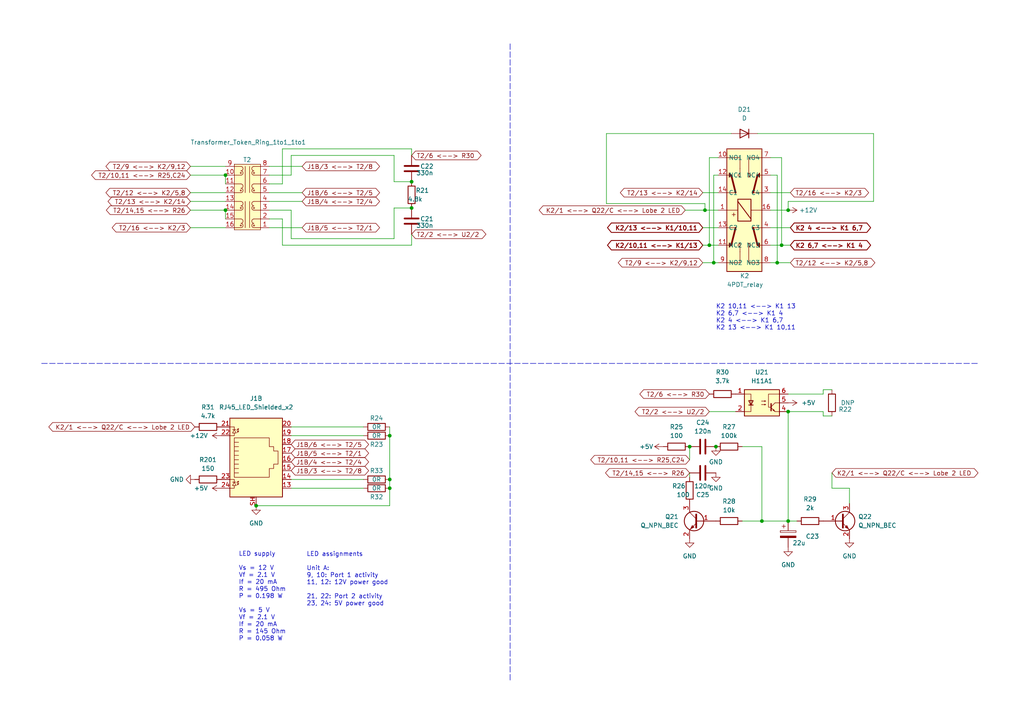
<source format=kicad_sch>
(kicad_sch (version 20211123) (generator eeschema)
  (paper "A4")
  (title_block (title "MAUreene 8226 - Token Ring MAU") (rev "1") (company "Author: Alexander Huemer") (comment 1 "https://github.com/blackbit42/MAUreene_8226") (comment 2 "License: CERN OHL-P-2.0") (comment 3 "A Token Ring (IEEE 802.5) Media Access Unit (MAU)") (comment 4 "Author: Alexander Huemer"))
  (lib_symbols
    (symbol "Connector:RJ45_LED_Shielded_x2"
      (property "Reference" "J" (at -5.08 13.97 0))
      (property "Value" "RJ45_LED_Shielded_x2" (at 1.27 13.97 0))
      (symbol "RJ45_LED_Shielded_x2_0_1"
        (polyline (pts (xy -7.62 -7.62) (xy -6.35 -7.62)))
        (polyline (pts (xy -7.62 -5.08) (xy -6.35 -5.08)))
        (polyline (pts (xy -7.62 7.62) (xy -6.35 7.62)))
        (polyline (pts (xy -7.62 10.16) (xy -6.35 10.16)))
        (polyline (pts (xy -6.858 -5.842) (xy -5.842 -5.842)))
        (polyline (pts (xy -6.858 9.398) (xy -5.842 9.398)))
        (polyline (pts (xy -6.35 -7.62) (xy -6.35 -6.858)))
        (polyline (pts (xy -6.35 -5.08) (xy -6.35 -5.842)))
        (polyline (pts (xy -6.35 7.62) (xy -6.35 8.382)))
        (polyline (pts (xy -6.35 10.16) (xy -6.35 9.398)))
        (polyline (pts (xy -5.08 -6.223) (xy -5.207 -6.604)))
        (polyline (pts (xy -5.08 -5.588) (xy -5.207 -5.969)))
        (polyline (pts (xy -5.08 4.445) (xy -6.35 4.445)))
        (polyline (pts (xy -5.08 5.715) (xy -6.35 5.715)))
        (polyline (pts (xy -5.08 9.017) (xy -5.207 8.636)))
        (polyline (pts (xy -5.08 9.652) (xy -5.207 9.271)))
        (polyline (pts (xy -6.35 -3.175) (xy -5.08 -3.175) (xy -5.08 -3.175)))
        (polyline (pts (xy -6.35 -1.905) (xy -5.08 -1.905) (xy -5.08 -1.905)))
        (polyline (pts (xy -6.35 -0.635) (xy -5.08 -0.635) (xy -5.08 -0.635)))
        (polyline (pts (xy -6.35 0.635) (xy -5.08 0.635) (xy -5.08 0.635)))
        (polyline (pts (xy -6.35 1.905) (xy -5.08 1.905) (xy -5.08 1.905)))
        (polyline (pts (xy -5.588 -6.731) (xy -5.08 -6.223) (xy -5.461 -6.35)))
        (polyline (pts (xy -5.588 -6.096) (xy -5.08 -5.588) (xy -5.461 -5.715)))
        (polyline (pts (xy -5.588 8.509) (xy -5.08 9.017) (xy -5.461 8.89)))
        (polyline (pts (xy -5.588 9.144) (xy -5.08 9.652) (xy -5.461 9.525)))
        (polyline (pts (xy -5.08 3.175) (xy -6.35 3.175) (xy -6.35 3.175)))
        (polyline (pts (xy -6.35 -5.842) (xy -6.858 -6.858) (xy -5.842 -6.858) (xy -6.35 -5.842)))
        (polyline (pts (xy -6.35 9.398) (xy -6.858 8.382) (xy -5.842 8.382) (xy -6.35 9.398)))
        (polyline (pts (xy -6.35 -4.445) (xy -6.35 6.985) (xy 3.81 6.985) (xy 3.81 4.445) (xy 5.08 4.445) (xy 5.08 3.175) (xy 6.35 3.175) (xy 6.35 -0.635) (xy 5.08 -0.635) (xy 5.08 -1.905) (xy 3.81 -1.905) (xy 3.81 -4.445) (xy -6.35 -4.445) (xy -6.35 -4.445)))
        (rectangle (start 7.62 12.7) (end -7.62 -10.16) (stroke (width 0.254)) (fill (type background)))
      )
      (symbol "RJ45_LED_Shielded_x2_1_1"
        (pin passive line (at 10.16 -7.62 180) (length 2.54) (name "~") (number "1"))
        (pin passive line (at -10.16 7.62 0) (length 2.54) (name "~") (number "10"))
        (pin passive line (at -10.16 -5.08 0) (length 2.54) (name "~") (number "11"))
        (pin passive line (at -10.16 -7.62 0) (length 2.54) (name "~") (number "12"))
        (pin passive line (at 10.16 -5.08 180) (length 2.54) (name "~") (number "2"))
        (pin passive line (at 10.16 -2.54 180) (length 2.54) (name "~") (number "3"))
        (pin passive line (at 10.16 0 180) (length 2.54) (name "~") (number "4"))
        (pin passive line (at 10.16 2.54 180) (length 2.54) (name "~") (number "5"))
        (pin passive line (at 10.16 5.08 180) (length 2.54) (name "~") (number "6"))
        (pin passive line (at 10.16 7.62 180) (length 2.54) (name "~") (number "7"))
        (pin passive line (at 10.16 10.16 180) (length 2.54) (name "~") (number "8"))
        (pin passive line (at -10.16 10.16 0) (length 2.54) (name "~") (number "9"))
        (pin passive line (at 0 -12.7 90) (length 2.54) (name "~") (number "SH"))
      )
      (symbol "RJ45_LED_Shielded_x2_2_1"
        (pin passive line (at 10.16 -7.62 180) (length 2.54) (name "~") (number "13"))
        (pin passive line (at 10.16 -5.08 180) (length 2.54) (name "~") (number "14"))
        (pin passive line (at 10.16 -2.54 180) (length 2.54) (name "~") (number "15"))
        (pin passive line (at 10.16 0 180) (length 2.54) (name "~") (number "16"))
        (pin passive line (at 10.16 2.54 180) (length 2.54) (name "~") (number "17"))
        (pin passive line (at 10.16 5.08 180) (length 2.54) (name "~") (number "18"))
        (pin passive line (at 10.16 7.62 180) (length 2.54) (name "~") (number "19"))
        (pin passive line (at 10.16 10.16 180) (length 2.54) (name "~") (number "20"))
        (pin passive line (at -10.16 10.16 0) (length 2.54) (name "~") (number "21"))
        (pin passive line (at -10.16 7.62 0) (length 2.54) (name "~") (number "22"))
        (pin passive line (at -10.16 -5.08 0) (length 2.54) (name "~") (number "23"))
        (pin passive line (at -10.16 -7.62 0) (length 2.54) (name "~") (number "24"))
        (pin passive line (at 0 -12.7 90) (length 2.54) (name "~") (number "SH"))
      )
    )
    (symbol "Device:C" (pin_numbers hide) (pin_names (offset 0.254))
      (property "Reference" "C" (at 0.635 2.54 0))
      (property "Value" "C" (at 0.635 -2.54 0))
      (symbol "C_0_1"
        (polyline (pts (xy -2.032 -0.762) (xy 2.032 -0.762)) (stroke (width 0.508)))
        (polyline (pts (xy -2.032 0.762) (xy 2.032 0.762)) (stroke (width 0.508)))
      )
      (symbol "C_1_1"
        (pin passive line (at 0 3.81 270) (length 2.794) (name "~") (number "1"))
        (pin passive line (at 0 -3.81 90) (length 2.794) (name "~") (number "2"))
      )
    )
    (symbol "Device:C_Polarized" (pin_numbers hide) (pin_names (offset 0.254))
      (property "Reference" "C" (at 0.635 2.54 0))
      (property "Value" "C_Polarized" (at 0.635 -2.54 0))
      (symbol "C_Polarized_0_1"
        (rectangle (start -2.286 0.508) (end 2.286 1.016))
        (polyline (pts (xy -1.778 2.286) (xy -0.762 2.286)))
        (polyline (pts (xy -1.27 2.794) (xy -1.27 1.778)))
        (rectangle (start 2.286 -0.508) (end -2.286 -1.016) (fill (type outline)))
      )
      (symbol "C_Polarized_1_1"
        (pin passive line (at 0 3.81 270) (length 2.794) (name "~") (number "1"))
        (pin passive line (at 0 -3.81 90) (length 2.794) (name "~") (number "2"))
      )
    )
    (symbol "Device:D" (pin_numbers hide) (pin_names (offset 1.016) hide)
      (property "Reference" "D" (at 0 2.54 0))
      (property "Value" "D" (at 0 -2.54 0))
      (symbol "D_0_1"
        (polyline (pts (xy -1.27 1.27) (xy -1.27 -1.27)) (stroke (width 0.254)))
        (polyline (pts (xy 1.27 0) (xy -1.27 0)))
        (polyline (pts (xy 1.27 1.27) (xy 1.27 -1.27) (xy -1.27 0) (xy 1.27 1.27)) (stroke (width 0.254)))
      )
      (symbol "D_1_1"
        (pin passive line (at -3.81 0 0) (length 2.54) (name "K") (number "1"))
        (pin passive line (at 3.81 0 180) (length 2.54) (name "A") (number "2"))
      )
    )
    (symbol "Device:Q_NPN_BEC" (pin_names (offset 0) hide)
      (property "Reference" "Q" (at 5.08 1.27 0))
      (property "Value" "Q_NPN_BEC" (at 5.08 -1.27 0))
      (symbol "Q_NPN_BEC_0_1"
        (polyline (pts (xy 0.635 0.635) (xy 2.54 2.54)))
        (polyline (pts (xy 0.635 -0.635) (xy 2.54 -2.54) (xy 2.54 -2.54)))
        (polyline (pts (xy 0.635 1.905) (xy 0.635 -1.905) (xy 0.635 -1.905)) (stroke (width 0.508)))
        (polyline (pts (xy 1.27 -1.778) (xy 1.778 -1.27) (xy 2.286 -2.286) (xy 1.27 -1.778) (xy 1.27 -1.778)) (fill (type outline)))
        (circle (center 1.27 0) (radius 2.8194) (stroke (width 0.254)))
      )
      (symbol "Q_NPN_BEC_1_1"
        (pin input line (at -5.08 0 0) (length 5.715) (name "B") (number "1"))
        (pin passive line (at 2.54 -5.08 90) (length 2.54) (name "E") (number "2"))
        (pin passive line (at 2.54 5.08 270) (length 2.54) (name "C") (number "3"))
      )
    )
    (symbol "Device:R" (pin_numbers hide) (pin_names (offset 0))
      (property "Reference" "R" (at 2.032 0 90))
      (property "Value" "R" (at 0 0 90))
      (symbol "R_0_1"
        (rectangle (start -1.016 -2.54) (end 1.016 2.54) (stroke (width 0.254)))
      )
      (symbol "R_1_1"
        (pin passive line (at 0 3.81 270) (length 1.27) (name "~") (number "1"))
        (pin passive line (at 0 -3.81 90) (length 1.27) (name "~") (number "2"))
      )
    )
    (symbol "Token_Ring_MAU:4PDT_relay"
      (property "Reference" "K" (at 18.415 1.27 0))
      (property "Value" "4PDT_relay" (at 18.415 -1.27 0))
      (symbol "4PDT_relay_0_0"
        (text "+" (at 1.27 -3.175 0) (effects (font (size 1.27 1.27))))
      )
      (symbol "4PDT_relay_0_1"
        (rectangle (start -17.78 5.08) (end 17.78 -5.08) (stroke (width 0.254)) (fill (type background)))
        (rectangle (start -3.175 1.905) (end 3.175 -1.905) (stroke (width 0.254)))
        (polyline (pts (xy -10.16 -4.445) (xy -10.16 -5.08)))
        (polyline (pts (xy -10.16 3.81) (xy -5.08 2.54)) (stroke (width 0.508)))
        (polyline (pts (xy -10.16 4.445) (xy -10.16 5.08)))
        (polyline (pts (xy -5.08 -2.54) (xy -10.16 -3.81)) (stroke (width 0.508)))
        (polyline (pts (xy -5.08 -2.54) (xy -5.08 -5.08)))
        (polyline (pts (xy -5.08 5.08) (xy -5.08 2.54)))
        (polyline (pts (xy -2.54 -1.905) (xy 2.54 1.905)) (stroke (width 0.254)))
        (polyline (pts (xy 0 -5.08) (xy 0 -1.905)))
        (polyline (pts (xy 0 5.08) (xy 0 1.905)))
        (polyline (pts (xy 5.08 -2.54) (xy 5.08 -5.08)))
        (polyline (pts (xy 5.08 5.08) (xy 5.08 2.54)))
        (polyline (pts (xy 10.16 -4.445) (xy 10.16 -5.08)))
        (polyline (pts (xy 10.16 -3.81) (xy 5.08 -2.54)) (stroke (width 0.508)))
        (polyline (pts (xy 10.16 3.81) (xy 5.08 2.54)) (stroke (width 0.508)))
        (polyline (pts (xy 10.16 4.445) (xy 10.16 5.08)))
        (polyline (pts (xy -12.065 -1.27) (xy -15.24 -1.27) (xy -15.24 -5.08)))
        (polyline (pts (xy -12.065 1.27) (xy -15.24 1.27) (xy -15.24 5.08)))
        (polyline (pts (xy 12.065 -1.27) (xy 15.24 -1.27) (xy 15.24 -5.08)))
        (polyline (pts (xy 12.065 1.27) (xy 15.24 1.27) (xy 15.24 5.08)))
        (polyline (pts (xy -12.065 -1.27) (xy -9.525 -1.27) (xy -10.16 -1.905) (xy -10.795 -1.27)))
        (polyline (pts (xy -12.065 1.27) (xy -9.525 1.27) (xy -10.16 1.905) (xy -10.795 1.27)))
        (polyline (pts (xy -10.795 -4.445) (xy -9.525 -4.445) (xy -10.16 -3.81) (xy -10.795 -4.445)) (fill (type outline)))
        (polyline (pts (xy -9.525 4.445) (xy -10.795 4.445) (xy -10.16 3.81) (xy -9.525 4.445)) (fill (type outline)))
        (polyline (pts (xy 9.525 -4.445) (xy 10.795 -4.445) (xy 10.16 -3.81) (xy 9.525 -4.445)) (fill (type outline)))
        (polyline (pts (xy 10.795 4.445) (xy 9.525 4.445) (xy 10.16 3.81) (xy 10.795 4.445)) (fill (type outline)))
        (polyline (pts (xy 12.065 -1.27) (xy 9.525 -1.27) (xy 10.16 -1.905) (xy 10.795 -1.27)))
        (polyline (pts (xy 12.065 1.27) (xy 9.525 1.27) (xy 10.16 1.905) (xy 10.795 1.27)))
      )
      (symbol "4PDT_relay_1_1"
        (pin passive line (at 0 -7.62 90) (length 2.54) (name "~") (number "1"))
        (pin passive line (at -15.24 -7.62 90) (length 2.54) (name "NO1") (number "10"))
        (pin passive line (at 10.16 -7.62 90) (length 2.54) (name "NC2") (number "11"))
        (pin passive line (at -10.16 -7.62 90) (length 2.54) (name "NC1") (number "12"))
        (pin passive line (at 5.08 -7.62 90) (length 2.54) (name "C2") (number "13"))
        (pin passive line (at -5.08 -7.62 90) (length 2.54) (name "C1") (number "14"))
        (pin passive line (at 0 7.62 270) (length 2.54) (name "~") (number "16"))
        (pin passive line (at -5.08 7.62 270) (length 2.54) (name "C4") (number "3"))
        (pin passive line (at 5.08 7.62 270) (length 2.54) (name "C3") (number "4"))
        (pin passive line (at -10.16 7.62 270) (length 2.54) (name "NC4") (number "5"))
        (pin passive line (at 10.16 7.62 270) (length 2.54) (name "NC3") (number "6"))
        (pin passive line (at -15.24 7.62 270) (length 2.54) (name "NO4") (number "7"))
        (pin passive line (at 15.24 7.62 270) (length 2.54) (name "NO3") (number "8"))
        (pin passive line (at 15.24 -7.62 90) (length 2.54) (name "NO2") (number "9"))
      )
    )
    (symbol "Token_Ring_MAU:H11A1"
      (property "Reference" "U" (at -5.334 4.953 0))
      (property "Value" "H11A1" (at 0.635 4.953 0))
      (symbol "H11A1_1_1"
        (rectangle (start -5.08 3.81) (end 5.08 -3.81) (stroke (width 0.254)) (fill (type background)))
        (polyline (pts (xy -3.81 -0.635) (xy -2.54 -0.635)) (stroke (width 0.254)))
        (polyline (pts (xy 2.667 -1.397) (xy 3.81 -2.54)))
        (polyline (pts (xy 2.667 -1.143) (xy 3.81 0)))
        (polyline (pts (xy 3.81 -2.54) (xy 5.08 -2.54)))
        (polyline (pts (xy 3.81 0) (xy 5.08 0)))
        (polyline (pts (xy 2.667 -0.254) (xy 2.667 -2.286) (xy 2.667 -2.286)) (stroke (width 0.3556)))
        (polyline (pts (xy -5.08 -2.54) (xy -3.175 -2.54) (xy -3.175 2.54) (xy -5.08 2.54)))
        (polyline (pts (xy -3.175 -0.635) (xy -3.81 0.635) (xy -2.54 0.635) (xy -3.175 -0.635)) (stroke (width 0.254)))
        (polyline (pts (xy 3.683 -2.413) (xy 3.429 -1.905) (xy 3.175 -2.159) (xy 3.683 -2.413)))
        (polyline (pts (xy 5.08 2.54) (xy 1.905 2.54) (xy 1.905 -1.27) (xy 2.54 -1.27)))
        (polyline (pts (xy -0.127 -0.508) (xy 1.143 -0.508) (xy 0.762 -0.635) (xy 0.762 -0.381) (xy 1.143 -0.508)))
        (polyline (pts (xy -0.127 0.508) (xy 1.143 0.508) (xy 0.762 0.381) (xy 0.762 0.635) (xy 1.143 0.508)))
        (pin passive line (at -7.62 2.54 0) (length 2.54) (name "~") (number "1"))
        (pin passive line (at -7.62 -2.54 0) (length 2.54) (name "~") (number "2"))
        (pin no_connect line (at -5.08 0 0) (length 2.54) hide (name "NC") (number "3"))
        (pin passive line (at 7.62 -2.54 180) (length 2.54) (name "~") (number "4"))
        (pin passive line (at 7.62 0 180) (length 2.54) (name "~") (number "5"))
        (pin passive line (at 7.62 2.54 180) (length 2.54) (name "~") (number "6"))
      )
    )
    (symbol "Token_Ring_MAU:Transformer_Token_Ring_1to1_1to1" (pin_names hide)
      (property "Reference" "TR" (at 0 10.795 0))
      (property "Value" "Transformer_Token_Ring_1to1_1to1" (at 0 -12.065 0))
      (symbol "Transformer_Token_Ring_1to1_1to1_0_1"
        (rectangle (start -3.81 9.525) (end 3.81 -9.525) (fill (type background)))
        (arc (start -1.8676 -8.89) (mid -1.2689 -8.255) (end -1.8676 -7.62))
        (arc (start -1.8676 -7.62) (mid -1.2689 -6.985) (end -1.8676 -6.35))
        (arc (start -1.8676 -3.81) (mid -1.2689 -3.175) (end -1.8676 -2.54))
        (arc (start -1.8676 -2.54) (mid -1.2689 -1.905) (end -1.8676 -1.27))
        (arc (start -1.8676 1.27) (mid -1.2689 1.905) (end -1.8676 2.54))
        (arc (start -1.8676 2.54) (mid -1.2689 3.175) (end -1.8676 3.81))
        (arc (start -1.8676 6.35) (mid -1.2689 6.985) (end -1.8676 7.62))
        (arc (start -1.8676 7.62) (mid -1.2689 8.255) (end -1.8676 8.89))
        (polyline (pts (xy -3.81 -8.89) (xy -1.905 -8.89)))
        (polyline (pts (xy -3.81 -6.35) (xy -1.905 -6.35)))
        (polyline (pts (xy -3.81 -3.81) (xy -1.905 -3.81)))
        (polyline (pts (xy -3.81 -1.27) (xy -1.905 -1.27)))
        (polyline (pts (xy -3.81 1.27) (xy -1.905 1.27)))
        (polyline (pts (xy -3.81 3.81) (xy -1.905 3.81)))
        (polyline (pts (xy -3.81 6.35) (xy -1.905 6.35)))
        (polyline (pts (xy -3.81 8.89) (xy -1.905 8.89)))
        (polyline (pts (xy -0.635 -1.27) (xy -0.635 -8.89)))
        (polyline (pts (xy -0.635 8.89) (xy -0.635 1.27)))
        (polyline (pts (xy 0.635 -1.27) (xy 0.635 -8.89)))
        (polyline (pts (xy 0.635 8.89) (xy 0.635 1.27)))
        (polyline (pts (xy 3.81 -8.89) (xy 1.905 -8.89)))
        (polyline (pts (xy 3.81 -6.35) (xy 1.905 -6.35)))
        (polyline (pts (xy 3.81 -3.81) (xy 1.905 -3.81)))
        (polyline (pts (xy 3.81 -1.27) (xy 1.905 -1.27)))
        (polyline (pts (xy 3.81 1.27) (xy 1.905 1.27)))
        (polyline (pts (xy 3.81 3.81) (xy 1.905 3.81)))
        (polyline (pts (xy 3.81 6.35) (xy 1.905 6.35)))
        (polyline (pts (xy 3.81 8.89) (xy 1.905 8.89)))
        (arc (start 1.8676 -7.62) (mid 1.2689 -8.255) (end 1.8676 -8.89))
        (arc (start 1.8676 -6.35) (mid 1.2689 -6.985) (end 1.8676 -7.62))
        (arc (start 1.8676 -2.54) (mid 1.2689 -3.175) (end 1.8676 -3.81))
        (arc (start 1.8676 -1.27) (mid 1.2689 -1.905) (end 1.8676 -2.54))
        (arc (start 1.8676 2.54) (mid 1.2689 1.905) (end 1.8676 1.27))
        (arc (start 1.8676 3.81) (mid 1.2689 3.175) (end 1.8676 2.54))
        (arc (start 1.8676 7.62) (mid 1.2689 6.985) (end 1.8676 6.35))
        (arc (start 1.8676 8.89) (mid 1.2689 8.255) (end 1.8676 7.62))
      )
      (symbol "Transformer_Token_Ring_1to1_1to1_1_1"
        (circle (center -1.905 -6.985) (radius 0.1778))
        (circle (center -1.905 -1.905) (radius 0.1778))
        (circle (center -1.905 3.175) (radius 0.1778))
        (circle (center -1.905 8.255) (radius 0.1778))
        (circle (center 1.905 -6.985) (radius 0.1778))
        (circle (center 1.905 -1.905) (radius 0.1778))
        (circle (center 1.905 3.175) (radius 0.1778))
        (circle (center 1.905 8.255) (radius 0.1778))
        (pin passive line (at -6.35 8.89 0) (length 2.54) (name "1") (number "1"))
        (pin passive line (at 6.35 -6.35 180) (length 2.54) (name "10") (number "10"))
        (pin passive line (at 6.35 -3.81 180) (length 2.54) (name "11") (number "11"))
        (pin passive line (at 6.35 -1.27 180) (length 2.54) (name "12") (number "12"))
        (pin passive line (at 6.35 1.27 180) (length 2.54) (name "13") (number "13"))
        (pin passive line (at 6.35 3.81 180) (length 2.54) (name "14") (number "14"))
        (pin passive line (at 6.35 6.35 180) (length 2.54) (name "15") (number "15"))
        (pin passive line (at 6.35 8.89 180) (length 2.54) (name "16") (number "16"))
        (pin passive line (at -6.35 6.35 0) (length 2.54) (name "2") (number "2"))
        (pin passive line (at -6.35 3.81 0) (length 2.54) (name "3") (number "3"))
        (pin passive line (at -6.35 1.27 0) (length 2.54) (name "4") (number "4"))
        (pin passive line (at -6.35 -1.27 0) (length 2.54) (name "5") (number "5"))
        (pin passive line (at -6.35 -3.81 0) (length 2.54) (name "6") (number "6"))
        (pin passive line (at -6.35 -6.35 0) (length 2.54) (name "7") (number "7"))
        (pin passive line (at -6.35 -8.89 0) (length 2.54) (name "8") (number "8"))
        (pin passive line (at 6.35 -8.89 180) (length 2.54) (name "9") (number "9"))
      )
    )
    (symbol "power:+12V" (power) (pin_names (offset 0))
      (property "Value" "+12V" (at 0 3.556 0))
      (symbol "+12V_0_1"
        (polyline (pts (xy -0.762 1.27) (xy 0 2.54)))
        (polyline (pts (xy 0 0) (xy 0 2.54)))
        (polyline (pts (xy 0 2.54) (xy 0.762 1.27)))
      )
      (symbol "+12V_1_1"
        (pin power_in line (at 0 0 90) (length 0) hide (name "+12V") (number "1"))
      )
    )
    (symbol "power:+5V" (power) (pin_names (offset 0))
      (property "Value" "+5V" (at 0 3.556 0))
      (symbol "+5V_0_1"
        (polyline (pts (xy -0.762 1.27) (xy 0 2.54)))
        (polyline (pts (xy 0 0) (xy 0 2.54)))
        (polyline (pts (xy 0 2.54) (xy 0.762 1.27)))
      )
      (symbol "+5V_1_1"
        (pin power_in line (at 0 0 90) (length 0) hide (name "+5V") (number "1"))
      )
    )
    (symbol "power:GND" (power) (pin_names (offset 0))
      (property "Value" "GND" (at 0 -3.81 0))
      (symbol "GND_0_1"
        (polyline (pts (xy 0 0) (xy 0 -1.27) (xy 1.27 -1.27) (xy 0 -2.54) (xy -1.27 -1.27) (xy 0 -1.27)))
      )
      (symbol "GND_1_1"
        (pin power_in line (at 0 0 270) (length 0) hide (name "GND") (number "1"))
      )
    )
  )
  (junction (at 226.695 71.12))
  (junction (at 207.645 129.54))
  (junction (at 65.405 50.8))
  (junction (at 119.38 52.705))
  (junction (at 113.03 126.365))
  (junction (at 204.47 60.96))
  (junction (at 228.6 119.38))
  (junction (at 65.405 60.96))
  (junction (at 225.425 76.2))
  (junction (at 207.01 76.2))
  (junction (at 200.025 129.54))
  (junction (at 228.6 60.96))
  (junction (at 228.6 151.13))
  (junction (at 113.03 139.065))
  (junction (at 205.74 71.12))
  (junction (at 119.38 60.325))
  (junction (at 220.98 151.13))
  (junction (at 113.03 141.605))
  (junction (at 74.295 146.685))
  (wire (pts (xy 204.47 59.055) (xy 204.47 60.96)))
  (wire (pts (xy 84.455 50.8) (xy 84.455 45.085)))
  (wire (pts (xy 223.52 55.88) (xy 229.235 55.88)))
  (polyline (pts (xy 12.065 105.41) (xy 283.845 105.41)))
  (wire (pts (xy 203.835 55.88) (xy 208.28 55.88)))
  (wire (pts (xy 253.365 58.42) (xy 228.6 58.42)))
  (wire (pts (xy 238.76 120.65) (xy 238.76 119.38)))
  (wire (pts (xy 228.6 119.38) (xy 228.6 151.13)))
  (wire (pts (xy 84.455 139.065) (xy 105.41 139.065)))
  (wire (pts (xy 205.74 71.12) (xy 205.74 45.72)))
  (wire (pts (xy 223.52 76.2) (xy 225.425 76.2)))
  (wire (pts (xy 84.455 45.085) (xy 114.3 45.085)))
  (wire (pts (xy 55.245 50.8) (xy 65.405 50.8)))
  (wire (pts (xy 78.105 53.34) (xy 81.915 53.34)))
  (wire (pts (xy 219.71 38.735) (xy 253.365 38.735)))
  (wire (pts (xy 238.76 114.3) (xy 238.76 113.03)))
  (wire (pts (xy 215.265 129.54) (xy 220.98 129.54)))
  (wire (pts (xy 228.6 119.38) (xy 238.76 119.38)))
  (wire (pts (xy 119.38 71.12) (xy 119.38 67.945)))
  (wire (pts (xy 223.52 60.96) (xy 228.6 60.96)))
  (wire (pts (xy 175.895 38.735) (xy 175.895 59.055)))
  (wire (pts (xy 74.295 146.685) (xy 113.03 146.685)))
  (wire (pts (xy 55.245 48.26) (xy 65.405 48.26)))
  (wire (pts (xy 226.695 71.12) (xy 226.695 45.72)))
  (wire (pts (xy 220.98 129.54) (xy 220.98 151.13)))
  (wire (pts (xy 78.105 66.04) (xy 87.63 66.04)))
  (wire (pts (xy 78.105 50.8) (xy 84.455 50.8)))
  (wire (pts (xy 55.245 58.42) (xy 65.405 58.42)))
  (wire (pts (xy 55.245 55.88) (xy 65.405 55.88)))
  (wire (pts (xy 81.915 63.5) (xy 81.915 71.12)))
  (wire (pts (xy 198.755 60.96) (xy 204.47 60.96)))
  (polyline (pts (xy 147.955 12.7) (xy 147.955 197.485)))
  (wire (pts (xy 228.6 151.13) (xy 231.14 151.13)))
  (wire (pts (xy 114.3 69.215) (xy 84.455 69.215)))
  (wire (pts (xy 228.6 114.3) (xy 238.76 114.3)))
  (wire (pts (xy 55.245 66.04) (xy 65.405 66.04)))
  (wire (pts (xy 78.105 48.26) (xy 87.63 48.26)))
  (wire (pts (xy 205.74 45.72) (xy 208.28 45.72)))
  (wire (pts (xy 203.835 66.04) (xy 208.28 66.04)))
  (wire (pts (xy 207.01 50.8) (xy 208.28 50.8)))
  (wire (pts (xy 253.365 38.735) (xy 253.365 58.42)))
  (wire (pts (xy 65.405 53.34) (xy 65.405 50.8)))
  (wire (pts (xy 114.3 60.325) (xy 119.38 60.325)))
  (wire (pts (xy 113.03 141.605) (xy 113.03 146.685)))
  (wire (pts (xy 78.105 63.5) (xy 81.915 63.5)))
  (wire (pts (xy 241.3 141.605) (xy 246.38 141.605)))
  (wire (pts (xy 84.455 60.96) (xy 84.455 69.215)))
  (wire (pts (xy 203.835 76.2) (xy 207.01 76.2)))
  (wire (pts (xy 215.265 151.13) (xy 220.98 151.13)))
  (wire (pts (xy 105.41 123.825) (xy 84.455 123.825)))
  (wire (pts (xy 213.36 119.38) (xy 205.74 119.38)))
  (wire (pts (xy 207.01 76.2) (xy 207.01 50.8)))
  (wire (pts (xy 55.245 60.96) (xy 65.405 60.96)))
  (wire (pts (xy 175.895 59.055) (xy 204.47 59.055)))
  (wire (pts (xy 84.455 141.605) (xy 105.41 141.605)))
  (wire (pts (xy 114.3 52.705) (xy 119.38 52.705)))
  (wire (pts (xy 113.03 123.825) (xy 113.03 126.365)))
  (wire (pts (xy 78.105 58.42) (xy 87.63 58.42)))
  (wire (pts (xy 229.235 66.04) (xy 223.52 66.04)))
  (wire (pts (xy 226.695 45.72) (xy 223.52 45.72)))
  (wire (pts (xy 78.105 55.88) (xy 87.63 55.88)))
  (wire (pts (xy 81.915 71.12) (xy 119.38 71.12)))
  (wire (pts (xy 81.915 43.18) (xy 119.38 43.18)))
  (wire (pts (xy 175.895 38.735) (xy 212.09 38.735)))
  (wire (pts (xy 114.3 45.085) (xy 114.3 52.705)))
  (wire (pts (xy 81.915 53.34) (xy 81.915 43.18)))
  (wire (pts (xy 200.025 137.16) (xy 200.025 138.43)))
  (wire (pts (xy 238.76 113.03) (xy 241.3 113.03)))
  (wire (pts (xy 228.6 58.42) (xy 228.6 60.96)))
  (wire (pts (xy 119.38 45.085) (xy 119.38 43.18)))
  (wire (pts (xy 113.03 126.365) (xy 113.03 139.065)))
  (wire (pts (xy 225.425 76.2) (xy 229.235 76.2)))
  (wire (pts (xy 205.74 71.12) (xy 208.28 71.12)))
  (wire (pts (xy 204.47 60.96) (xy 208.28 60.96)))
  (wire (pts (xy 226.695 71.12) (xy 229.235 71.12)))
  (wire (pts (xy 223.52 50.8) (xy 225.425 50.8)))
  (wire (pts (xy 113.03 139.065) (xy 113.03 141.605)))
  (wire (pts (xy 220.98 151.13) (xy 228.6 151.13)))
  (wire (pts (xy 203.835 71.12) (xy 205.74 71.12)))
  (wire (pts (xy 65.405 63.5) (xy 65.405 60.96)))
  (wire (pts (xy 241.3 120.65) (xy 238.76 120.65)))
  (wire (pts (xy 225.425 76.2) (xy 225.425 50.8)))
  (wire (pts (xy 241.3 137.16) (xy 241.3 141.605)))
  (wire (pts (xy 84.455 126.365) (xy 105.41 126.365)))
  (wire (pts (xy 78.105 60.96) (xy 84.455 60.96)))
  (wire (pts (xy 246.38 146.05) (xy 246.38 141.605)))
  (wire (pts (xy 208.28 76.2) (xy 207.01 76.2)))
  (wire (pts (xy 200.025 129.54) (xy 200.025 133.35)))
  (wire (pts (xy 223.52 71.12) (xy 226.695 71.12)))
  (wire (pts (xy 114.3 69.215) (xy 114.3 60.325)))
  (text "LED supply\n\nVs = 12 V\nVf = 2.1 V\nIf = 20 mA\nR = 495 Ohm\nP = 0.198 W\n\nVs = 5 V\nVf = 2.1 V\nIf = 20 mA\nR = 145 Ohm\nP = 0.058 W" (at 69.215 186.055 0) (effects (font (size 1.27 1.27)) (justify left bottom)))
  (text "LED assignments\n\nUnit A:\n9, 10: Port 1 activity\n11, 12: 12V power good\n\n21, 22: Port 2 activity\n23, 24: 5V power good" (at 88.9 175.895 0) (effects (font (size 1.27 1.27)) (justify left bottom)))
  (text "K2 10,11 <--> K1 13\nK2 6,7 <--> K1 4\nK2 4 <--> K1 6,7\nK2 13 <--> K1 10,11" (at 207.645 95.885 0) (effects (font (size 1.27 1.27)) (justify left bottom)))
  (global_label "K2{slash}13 <--> K1{slash}10,11" (shape bidirectional) (at 203.835 66.04 180) (effects (font (thickness 0.254) bold)) (property "Intersheet References" "${INTERSHEET_REFS}" (effects hide)))
  (global_label "J1B{slash}3 <--> T2{slash}8" (shape bidirectional) (at 87.63 48.26 0) (property "Intersheet References" "${INTERSHEET_REFS}" (effects hide)))
  (global_label "T2{slash}14,15 <--> R26" (shape bidirectional) (at 55.245 60.96 180) (property "Intersheet References" "${INTERSHEET_REFS}" (effects hide)))
  (global_label "J1B{slash}4 <--> T2{slash}4" (shape bidirectional) (at 87.63 58.42 0) (property "Intersheet References" "${INTERSHEET_REFS}" (effects hide)))
  (global_label "J1B{slash}4 <--> T2{slash}4" (shape bidirectional) (at 84.455 133.985 0) (property "Intersheet References" "${INTERSHEET_REFS}" (effects hide)))
  (global_label "T2{slash}12 <--> K2{slash}5,8" (shape bidirectional) (at 229.235 76.2 0) (property "Intersheet References" "${INTERSHEET_REFS}" (effects hide)))
  (global_label "T2{slash}16 <--> K2{slash}3" (shape bidirectional) (at 229.235 55.88 0) (property "Intersheet References" "${INTERSHEET_REFS}" (effects hide)))
  (global_label "K2{slash}1 <--> Q22{slash}C <--> Lobe 2 LED" (shape bidirectional) (at 198.755 60.96 180) (property "Intersheet References" "${INTERSHEET_REFS}" (effects hide)))
  (global_label "K2{slash}10,11 <--> K1{slash}13" (shape bidirectional) (at 203.835 71.12 180) (effects (font (thickness 0.254) bold)) (property "Intersheet References" "${INTERSHEET_REFS}" (effects hide)))
  (global_label "J1B{slash}3 <--> T2{slash}8" (shape bidirectional) (at 84.455 136.525 0) (property "Intersheet References" "${INTERSHEET_REFS}" (effects hide)))
  (global_label "T2{slash}2 <--> U2{slash}2" (shape bidirectional) (at 119.38 67.945 0) (property "Intersheet References" "${INTERSHEET_REFS}" (effects hide)))
  (global_label "T2{slash}13 <--> K2{slash}14" (shape bidirectional) (at 55.245 58.42 180) (property "Intersheet References" "${INTERSHEET_REFS}" (effects hide)))
  (global_label "J1B{slash}5 <--> T2{slash}1" (shape bidirectional) (at 87.63 66.04 0) (property "Intersheet References" "${INTERSHEET_REFS}" (effects hide)))
  (global_label "K2{slash}1 <--> Q22{slash}C <--> Lobe 2 LED" (shape bidirectional) (at 56.515 123.825 180) (property "Intersheet References" "${INTERSHEET_REFS}" (effects hide)))
  (global_label "T2{slash}6 <--> R30" (shape bidirectional) (at 119.38 45.085 0) (property "Intersheet References" "${INTERSHEET_REFS}" (effects hide)))
  (global_label "T2{slash}9 <--> K2{slash}9,12" (shape bidirectional) (at 55.245 48.26 180) (property "Intersheet References" "${INTERSHEET_REFS}" (effects hide)))
  (global_label "T2{slash}9 <--> K2{slash}9,12" (shape bidirectional) (at 203.835 76.2 180) (property "Intersheet References" "${INTERSHEET_REFS}" (effects hide)))
  (global_label "T2{slash}10,11 <--> R25,C24" (shape bidirectional) (at 55.245 50.8 180) (property "Intersheet References" "${INTERSHEET_REFS}" (effects hide)))
  (global_label "J1B{slash}5 <--> T2{slash}1" (shape bidirectional) (at 84.455 131.445 0) (property "Intersheet References" "${INTERSHEET_REFS}" (effects hide)))
  (global_label "J1B{slash}6 <--> T2{slash}5" (shape bidirectional) (at 87.63 55.88 0) (property "Intersheet References" "${INTERSHEET_REFS}" (effects hide)))
  (global_label "T2{slash}2 <--> U2{slash}2" (shape bidirectional) (at 205.74 119.38 180) (property "Intersheet References" "${INTERSHEET_REFS}" (effects hide)))
  (global_label "T2{slash}6 <--> R30" (shape bidirectional) (at 205.74 114.3 180) (property "Intersheet References" "${INTERSHEET_REFS}" (effects hide)))
  (global_label "K2{slash}1 <--> Q22{slash}C <--> Lobe 2 LED" (shape bidirectional) (at 241.3 137.16 0) (property "Intersheet References" "${INTERSHEET_REFS}" (effects hide)))
  (global_label "T2{slash}13 <--> K2{slash}14" (shape bidirectional) (at 203.835 55.88 180) (property "Intersheet References" "${INTERSHEET_REFS}" (effects hide)))
  (global_label "T2{slash}12 <--> K2{slash}5,8" (shape bidirectional) (at 55.245 55.88 180) (property "Intersheet References" "${INTERSHEET_REFS}" (effects hide)))
  (global_label "T2{slash}16 <--> K2{slash}3" (shape bidirectional) (at 55.245 66.04 180) (property "Intersheet References" "${INTERSHEET_REFS}" (effects hide)))
  (global_label "K2 4 <--> K1 6,7" (shape bidirectional) (at 229.235 66.04 0) (effects (font (thickness 0.254) bold)) (property "Intersheet References" "${INTERSHEET_REFS}" (effects hide)))
  (global_label "J1B{slash}6 <--> T2{slash}5" (shape bidirectional) (at 84.455 128.905 0) (property "Intersheet References" "${INTERSHEET_REFS}" (effects hide)))
  (global_label "T2{slash}14,15 <--> R26" (shape bidirectional) (at 200.025 137.16 180) (property "Intersheet References" "${INTERSHEET_REFS}" (effects hide)))
  (global_label "T2{slash}10,11 <--> R25,C24" (shape bidirectional) (at 200.025 133.35 180) (property "Intersheet References" "${INTERSHEET_REFS}" (effects hide)))
  (global_label "K2 6,7 <--> K1 4" (shape bidirectional) (at 229.235 71.12 0) (effects (font (thickness 0.254) bold)) (property "Intersheet References" "${INTERSHEET_REFS}" (effects hide)))
  (symbol (lib_id "power:GND") (at 246.38 156.21 0) (unit 1)
    (property "Reference" "#PWR012" (effects hide))
    (property "Value" "GND" (at 246.38 161.29 0))
  )
  (symbol (lib_id "Token_Ring_MAU:4PDT_relay") (at 215.9 60.96 270) (unit 1)
    (property "Reference" "K2" (at 214.6299 80.01 90) (effects (justify left)))
    (property "Value" "4PDT_relay" (at 210.82 82.55 90) (effects (justify left)))
    (property "Footprint" "Token_Ring_MAU:4PDT_Relay" (effects hide))
    (property "JLCPCB part number" "DNP" (effects hide))
    (property "LCSC" "DNP" (effects hide))
  )
  (symbol (lib_id "power:+5V") (at 64.135 141.605 90) (unit 1)
    (property "Reference" "#PWR03" (effects hide))
    (property "Value" "+5V" (at 60.325 141.6049 90) (effects (justify left)))
  )
  (symbol (lib_id "Device:R") (at 119.38 56.515 180) (unit 1)
    (property "Reference" "R21" (at 124.46 55.245 0) (effects (justify left)))
    (property "Value" "4.8k" (at 122.555 57.785 0) (effects (justify left)))
    (property "Footprint" "Resistor_SMD:R_1206_3216Metric_Pad1.30x1.75mm_HandSolder" (effects hide))
    (property "JLCPCB part number" "C323071" (effects hide))
    (property "LCSC" "C323071" (effects hide))
  )
  (symbol (lib_id "Device:R") (at 60.325 123.825 90) (unit 1)
    (property "Reference" "R31" (at 60.325 118.11 90))
    (property "Value" "4.7k" (at 60.325 120.65 90))
    (property "Footprint" "Resistor_SMD:R_0603_1608Metric_Pad0.98x0.95mm_HandSolder" (effects hide))
    (property "JLCPCB part number" "C105428" (effects hide))
    (property "LCSC" "C105428" (effects hide))
  )
  (symbol (lib_id "power:+5V") (at 228.6 116.84 270) (unit 1)
    (property "Reference" "#PWR010" (effects hide))
    (property "Value" "+5V" (at 232.41 116.8399 90) (effects (justify left)))
  )
  (symbol (lib_id "Device:R") (at 241.3 116.84 0) (unit 1)
    (property "Reference" "R22" (at 243.205 118.745 0) (effects (justify left)))
    (property "Value" "DNP" (at 243.84 116.84 0) (effects (justify left)))
    (property "Footprint" "Resistor_SMD:R_1206_3216Metric_Pad1.30x1.75mm_HandSolder" (effects hide))
    (property "JLCPCB part number" "DNP" (effects hide))
    (property "LCSC" "DNP" (effects hide))
  )
  (symbol (lib_id "power:GND") (at 200.025 156.21 0) (unit 1)
    (property "Reference" "#PWR07" (effects hide))
    (property "Value" "GND" (at 200.025 161.29 0))
  )
  (symbol (lib_id "power:+5V") (at 192.405 129.54 90) (mirror x) (unit 1)
    (property "Reference" "#PWR05" (effects hide))
    (property "Value" "+5V" (at 185.42 129.54 90) (effects (justify right)))
  )
  (symbol (lib_id "Device:R") (at 109.22 123.825 90) (unit 1)
    (property "Reference" "R24" (at 109.22 121.285 90))
    (property "Value" "0R" (at 109.22 123.825 90))
    (property "Footprint" "Resistor_SMD:R_0603_1608Metric_Pad0.98x0.95mm_HandSolder" (effects hide))
    (property "JLCPCB part number" "C21189" (effects hide))
    (property "LCSC" "C21189" (effects hide))
  )
  (symbol (lib_id "Device:R") (at 109.22 126.365 90) (unit 1)
    (property "Reference" "R23" (at 109.22 128.905 90))
    (property "Value" "0R" (at 109.22 126.365 90))
    (property "Footprint" "Resistor_SMD:R_0603_1608Metric_Pad0.98x0.95mm_HandSolder" (effects hide))
    (property "JLCPCB part number" "C21189" (effects hide))
    (property "LCSC" "C21189" (effects hide))
  )
  (symbol (lib_id "Device:R") (at 109.22 139.065 90) (unit 1)
    (property "Reference" "R33" (at 109.22 136.525 90))
    (property "Value" "0R" (at 109.22 139.065 90))
    (property "Footprint" "Resistor_SMD:R_0603_1608Metric_Pad0.98x0.95mm_HandSolder" (effects hide))
    (property "JLCPCB part number" "C21189" (effects hide))
    (property "LCSC" "C21189" (effects hide))
  )
  (symbol (lib_id "Device:Q_NPN_BEC") (at 243.84 151.13 0) (unit 1)
    (property "Reference" "Q22" (at 248.92 149.8599 0) (effects (justify left)))
    (property "Value" "Q_NPN_BEC" (at 248.92 152.3999 0) (effects (justify left)))
    (property "Footprint" "Package_TO_SOT_SMD:SOT-23" (effects hide))
    (property "JLCPCB part number" "C141788" (effects hide))
    (property "LCSC" "C141788" (effects hide))
  )
  (symbol (lib_id "Device:R") (at 60.325 139.065 90) (unit 1)
    (property "Reference" "R201" (at 60.325 133.35 90))
    (property "Value" "150" (at 60.325 135.89 90))
    (property "Footprint" "Resistor_SMD:R_0603_1608Metric_Pad0.98x0.95mm_HandSolder" (effects hide))
    (property "JLCPCB part number" "C227596" (effects hide))
    (property "LCSC" "C227596" (effects hide))
  )
  (symbol (lib_id "power:GND") (at 207.645 137.16 0) (unit 1)
    (property "Reference" "#PWR09" (effects hide))
    (property "Value" "GND" (at 207.645 141.605 0))
  )
  (symbol (lib_id "Device:R") (at 200.025 142.24 180) (unit 1)
    (property "Reference" "R26" (at 194.945 140.97 0) (effects (justify right)))
    (property "Value" "100" (at 196.215 143.51 0) (effects (justify right)))
    (property "Footprint" "Resistor_SMD:R_0603_1608Metric_Pad0.98x0.95mm_HandSolder" (effects hide))
    (property "JLCPCB part number" "C445624" (effects hide))
    (property "LCSC" "C445624" (effects hide))
  )
  (symbol (lib_id "Device:Q_NPN_BEC") (at 202.565 151.13 0) (mirror y) (unit 1)
    (property "Reference" "Q21" (at 196.85 149.8599 0) (effects (justify left)))
    (property "Value" "Q_NPN_BEC" (at 196.85 152.3999 0) (effects (justify left)))
    (property "Footprint" "Package_TO_SOT_SMD:SOT-23" (effects hide))
    (property "JLCPCB part number" "C141788" (effects hide))
    (property "LCSC" "C141788" (effects hide))
  )
  (symbol (lib_id "Token_Ring_MAU:H11A1") (at 220.98 116.84 0) (unit 1)
    (property "Reference" "U21" (at 220.98 107.95 0))
    (property "Value" "H11A1" (at 220.98 110.49 0))
    (property "Footprint" "Package_DIP:DIP-6_W7.62mm" (effects hide))
    (property "Datasheet" "https://www.vishay.com/docs/83730/h11a1.pdf" (effects hide))
    (property "JLCPCB part number" "DNP" (effects hide))
    (property "LCSC" "DNP" (effects hide))
  )
  (symbol (lib_id "power:GND") (at 56.515 139.065 270) (unit 1)
    (property "Reference" "#PWR01" (effects hide))
    (property "Value" "GND" (at 53.34 139.0649 90) (effects (justify right)))
  )
  (symbol (lib_id "power:GND") (at 228.6 158.75 0) (unit 1)
    (property "Reference" "#PWR011" (effects hide))
    (property "Value" "GND" (at 228.6 163.83 0))
  )
  (symbol (lib_id "Device:C") (at 203.835 137.16 90) (unit 1)
    (property "Reference" "C25" (at 203.835 143.51 90))
    (property "Value" "120n" (at 203.835 140.97 90))
    (property "Footprint" "Capacitor_SMD:C_0603_1608Metric_Pad1.08x0.95mm_HandSolder" (effects hide))
    (property "JLCPCB part number" "C282672" (effects hide))
    (property "LCSC" "C282672" (effects hide))
  )
  (symbol (lib_id "Device:R") (at 209.55 114.3 90) (unit 1)
    (property "Reference" "R30" (at 209.55 107.95 90))
    (property "Value" "3.7k" (at 209.55 110.49 90))
    (property "Footprint" "Resistor_SMD:R_0805_2012Metric_Pad1.20x1.40mm_HandSolder" (effects hide))
    (property "JLCPCB part number" "C403190" (effects hide))
    (property "LCSC" "C403190" (effects hide))
  )
  (symbol (lib_id "Token_Ring_MAU:Transformer_Token_Ring_1to1_1to1") (at 71.755 57.15 180) (unit 1)
    (property "Reference" "T2" (at 70.485 46.355 0) (effects (justify right)))
    (property "Value" "Transformer_Token_Ring_1to1_1to1" (at 55.245 41.275 0) (effects (justify right)))
    (property "Footprint" "Token_Ring_MAU:Pulse PE-64974" (effects hide))
    (property "JLCPCB part number" "DNP" (effects hide))
    (property "LCSC" "DNP" (effects hide))
  )
  (symbol (lib_id "Device:C_Polarized") (at 228.6 154.94 0) (unit 1)
    (property "Reference" "C23" (at 233.68 155.575 0) (effects (justify left)))
    (property "Value" "22u" (at 229.87 157.48 0) (effects (justify left)))
    (property "Footprint" "Capacitor_Tantalum_SMD:CP_EIA-7343-31_Kemet-D_Pad2.25x2.55mm_HandSolder" (effects hide))
    (property "JLCPCB part number" "C7225" (effects hide))
    (property "LCSC" "C7225" (effects hide))
  )
  (symbol (lib_id "Device:R") (at 211.455 129.54 90) (unit 1)
    (property "Reference" "R27" (at 211.455 123.825 90))
    (property "Value" "100k" (at 211.455 126.365 90))
    (property "Footprint" "Resistor_SMD:R_0603_1608Metric_Pad0.98x0.95mm_HandSolder" (effects hide))
    (property "JLCPCB part number" "C150003" (effects hide))
    (property "LCSC" "C150003" (effects hide))
  )
  (symbol (lib_id "Device:R") (at 211.455 151.13 90) (unit 1)
    (property "Reference" "R28" (at 211.455 145.415 90))
    (property "Value" "10k" (at 211.455 147.955 90))
    (property "Footprint" "Resistor_SMD:R_0603_1608Metric_Pad0.98x0.95mm_HandSolder" (effects hide))
    (property "JLCPCB part number" "C100708" (effects hide))
    (property "LCSC" "C100708" (effects hide))
  )
  (symbol (lib_id "Device:C") (at 119.38 64.135 0) (mirror y) (unit 1)
    (property "Reference" "C21" (at 123.825 63.5 0))
    (property "Value" "330n" (at 123.19 65.405 0))
    (property "Footprint" "Capacitor_SMD:C_1812_4532Metric_Pad1.57x3.40mm_HandSolder" (effects hide))
    (property "JLCPCB part number" "C106167" (effects hide))
    (property "LCSC" "C106167" (effects hide))
  )
  (symbol (lib_id "power:+12V") (at 64.135 126.365 90) (unit 1)
    (property "Reference" "#PWR02" (effects hide))
    (property "Value" "+12V" (at 60.325 126.3649 90) (effects (justify left)))
  )
  (symbol (lib_id "power:GND") (at 207.645 129.54 0) (unit 1)
    (property "Reference" "#PWR08" (effects hide))
    (property "Value" "GND" (at 207.645 133.985 0))
  )
  (symbol (lib_id "power:+12V") (at 228.6 60.96 270) (unit 1)
    (property "Reference" "#PWR06" (effects hide))
    (property "Value" "+12V" (at 231.775 60.9599 90) (effects (justify left)))
  )
  (symbol (lib_id "Device:D") (at 215.9 38.735 180) (unit 1)
    (property "Reference" "D21" (at 215.9 31.75 0))
    (property "Value" "D" (at 215.9 34.29 0))
    (property "Footprint" "Diode_SMD:D_SOD-123F" (effects hide))
    (property "JLCPCB part number" "C108803" (effects hide))
    (property "LCSC" "C108803" (effects hide))
  )
  (symbol (lib_id "Connector:RJ45_LED_Shielded_x2") (at 74.295 133.985 0) (unit 2)
    (property "Reference" "J1" (at 74.295 115.57 0))
    (property "Value" "RJ45_LED_Shielded_x2" (at 74.295 118.11 0))
    (property "Footprint" "Token_Ring_MAU:RJ45_Amphenol_RJHSE538X-02" (effects hide))
    (property "JLCPCB part number" "DNP" (effects hide))
    (property "LCSC" "DNP" (effects hide))
  )
  (symbol (lib_id "Device:C") (at 119.38 48.895 0) (unit 1)
    (property "Reference" "C22" (at 123.825 48.26 0))
    (property "Value" "330n" (at 123.19 50.165 0))
    (property "Footprint" "Capacitor_SMD:C_1812_4532Metric_Pad1.57x3.40mm_HandSolder" (effects hide))
    (property "JLCPCB part number" "C106167" (effects hide))
    (property "LCSC" "C106167" (effects hide))
  )
  (symbol (lib_id "power:GND") (at 74.295 146.685 0) (unit 1)
    (property "Reference" "#PWR04" (effects hide))
    (property "Value" "GND" (at 74.295 151.765 0))
  )
  (symbol (lib_id "Device:R") (at 109.22 141.605 90) (unit 1)
    (property "Reference" "R32" (at 109.22 144.145 90))
    (property "Value" "0R" (at 109.22 141.605 90))
    (property "Footprint" "Resistor_SMD:R_0603_1608Metric_Pad0.98x0.95mm_HandSolder" (effects hide))
    (property "JLCPCB part number" "C21189" (effects hide))
    (property "LCSC" "C21189" (effects hide))
  )
  (symbol (lib_id "Device:R") (at 234.95 151.13 270) (unit 1)
    (property "Reference" "R29" (at 234.95 144.78 90))
    (property "Value" "2k" (at 234.95 147.32 90))
    (property "Footprint" "Resistor_SMD:R_0603_1608Metric_Pad0.98x0.95mm_HandSolder" (effects hide))
    (property "JLCPCB part number" "C217936" (effects hide))
    (property "LCSC" "C217936" (effects hide))
  )
  (symbol (lib_id "Device:R") (at 196.215 129.54 90) (unit 1)
    (property "Reference" "R25" (at 196.215 123.825 90))
    (property "Value" "100" (at 196.215 126.365 90))
    (property "Footprint" "Resistor_SMD:R_0603_1608Metric_Pad0.98x0.95mm_HandSolder" (effects hide))
    (property "JLCPCB part number" "C445624" (effects hide))
    (property "LCSC" "C445624" (effects hide))
  )
  (symbol (lib_id "Device:C") (at 203.835 129.54 90) (unit 1)
    (property "Reference" "C24" (at 203.835 122.555 90))
    (property "Value" "120n" (at 203.835 125.095 90))
    (property "Footprint" "Capacitor_SMD:C_0603_1608Metric_Pad1.08x0.95mm_HandSolder" (effects hide))
    (property "JLCPCB part number" "C282672" (effects hide))
    (property "LCSC" "C282672" (effects hide))
  )
)
</source>
